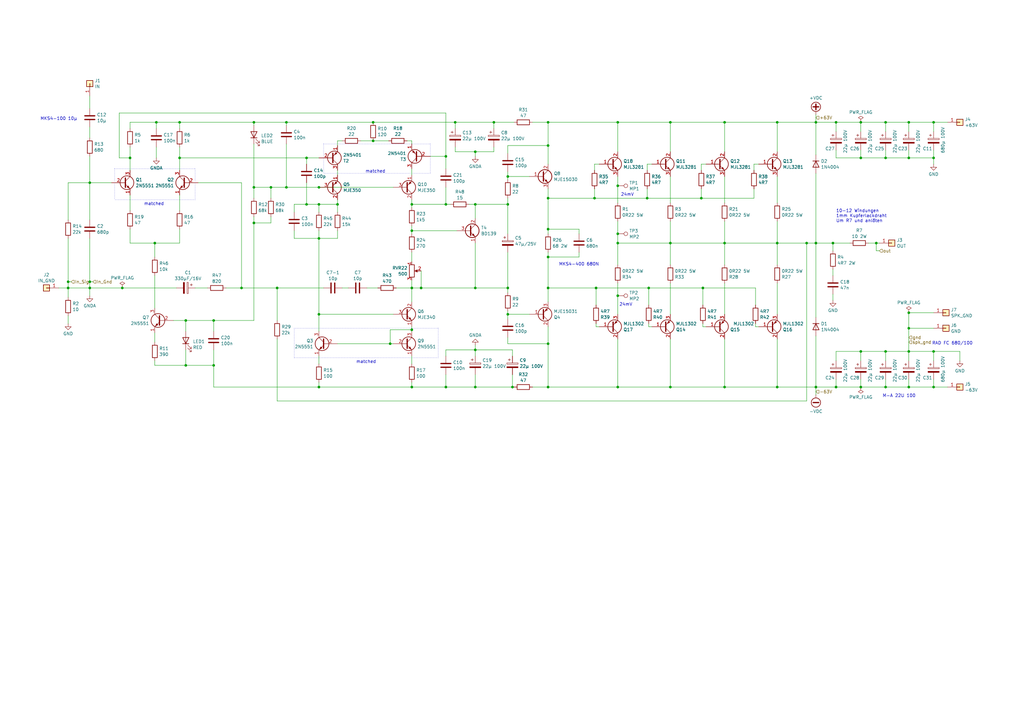
<source format=kicad_sch>
(kicad_sch (version 20230121) (generator eeschema)
  (paper "A3")
  (junction (at 265.43 81.28))
  (junction (at 172.72 118.11))
  (junction (at 210.185 158.75))
  (junction (at 224.79 105.41))
  (junction (at 208.28 83.82))
  (junction (at 224.79 81.28))
  (junction (at 224.79 59.69))
  (junction (at 224.79 140.97))
  (junction (at 194.945 83.82))
  (junction (at 202.565 50.165))
  (junction (at 125.73 64.77))
  (junction (at 243.84 81.28))
  (junction (at 353.06 64.77))
  (junction (at 168.91 135.255))
  (junction (at 36.83 74.93))
  (junction (at 318.77 158.75))
  (junction (at 168.91 94.615))
  (junction (at 253.365 50.165))
  (junction (at 73.66 50.165))
  (junction (at 363.22 158.75))
  (junction (at 104.14 76.835))
  (junction (at 224.79 118.11))
  (junction (at 186.69 50.165))
  (junction (at 266.065 118.11))
  (junction (at 224.79 50.165))
  (junction (at 363.22 50.165))
  (junction (at 372.745 64.77))
  (junction (at 353.06 50.165))
  (junction (at 224.79 158.75))
  (junction (at 194.945 62.23))
  (junction (at 274.955 50.165))
  (junction (at 125.73 83.82))
  (junction (at 182.88 83.82))
  (junction (at 382.905 64.77))
  (junction (at 334.645 50.165))
  (junction (at 382.905 144.145))
  (junction (at 104.14 50.165))
  (junction (at 99.06 118.11))
  (junction (at 382.905 50.165))
  (junction (at 342.9 158.75))
  (junction (at 117.475 50.165))
  (junction (at 274.955 158.75))
  (junction (at 334.645 158.75))
  (junction (at 36.83 118.11))
  (junction (at 208.28 72.39))
  (junction (at 208.28 128.905))
  (junction (at 353.06 144.145))
  (junction (at 160.02 140.97))
  (junction (at 330.835 99.695))
  (junction (at 130.81 76.835))
  (junction (at 117.475 76.835))
  (junction (at 372.745 158.75))
  (junction (at 27.94 115.57))
  (junction (at 363.22 144.145))
  (junction (at 297.18 99.695))
  (junction (at 297.18 50.165))
  (junction (at 224.79 93.98))
  (junction (at 372.745 50.165))
  (junction (at 63.5 99.695))
  (junction (at 153.035 50.165))
  (junction (at 53.34 64.77))
  (junction (at 318.77 99.695))
  (junction (at 104.14 91.44))
  (junction (at 253.365 99.695))
  (junction (at 130.81 97.79))
  (junction (at 113.665 118.11))
  (junction (at 353.06 158.75))
  (junction (at 372.745 144.145))
  (junction (at 87.63 149.86))
  (junction (at 111.125 76.835))
  (junction (at 182.88 158.75))
  (junction (at 287.655 81.28))
  (junction (at 363.22 64.77))
  (junction (at 253.365 121.285))
  (junction (at 168.91 158.75))
  (junction (at 318.77 50.165))
  (junction (at 76.2 149.86))
  (junction (at 73.66 64.77))
  (junction (at 64.135 50.165))
  (junction (at 274.955 99.695))
  (junction (at 288.29 118.11))
  (junction (at 138.43 83.82))
  (junction (at 372.745 134.62))
  (junction (at 208.28 118.11))
  (junction (at 334.645 99.695))
  (junction (at 253.365 158.75))
  (junction (at 27.94 118.11))
  (junction (at 76.2 131.445))
  (junction (at 168.91 83.82))
  (junction (at 130.81 128.905))
  (junction (at 194.945 118.11))
  (junction (at 130.81 83.82))
  (junction (at 153.035 57.785))
  (junction (at 194.945 143.51))
  (junction (at 168.91 118.11))
  (junction (at 36.83 115.57))
  (junction (at 372.745 128.27))
  (junction (at 130.81 158.75))
  (junction (at 244.475 118.11))
  (junction (at 253.365 95.885))
  (junction (at 182.88 64.135))
  (junction (at 50.165 118.11))
  (junction (at 342.9 50.165))
  (junction (at 253.365 76.2))
  (junction (at 194.945 158.75))
  (junction (at 297.18 158.75))
  (junction (at 359.41 99.695))
  (junction (at 341.63 99.695))
  (junction (at 87.63 131.445))
  (junction (at 382.905 158.75))
  (polyline (pts (xy 179.705 134.62) (xy 179.705 146.685)) (stroke (width 0) (type dot)))
  (wire (pts (xy 237.49 93.98) (xy 224.79 93.98)))
  (wire (pts (xy 210.185 158.75) (xy 210.82 158.75)))
  (wire (pts (xy 168.91 103.505) (xy 168.91 107.315)))
  (wire (pts (xy 92.71 118.11) (xy 99.06 118.11)))
  (polyline (pts (xy 132.715 59.055) (xy 132.715 71.12)) (stroke (width 0) (type dot)))
  (wire (pts (xy 218.44 50.165) (xy 224.79 50.165)))
  (wire (pts (xy 36.83 52.07) (xy 36.83 56.515)))
  (wire (pts (xy 168.91 135.255) (xy 160.02 135.255)))
  (wire (pts (xy 63.5 136.525) (xy 63.5 140.335)))
  (wire (pts (xy 363.22 144.145) (xy 372.745 144.145)))
  (wire (pts (xy 342.9 61.595) (xy 342.9 64.77)))
  (wire (pts (xy 168.91 94.615) (xy 168.91 95.885)))
  (wire (pts (xy 186.69 60.325) (xy 186.69 62.23)))
  (wire (pts (xy 76.2 135.89) (xy 76.2 131.445)))
  (wire (pts (xy 363.22 155.575) (xy 363.22 158.75)))
  (wire (pts (xy 318.77 50.165) (xy 334.645 50.165)))
  (wire (pts (xy 311.15 67.31) (xy 309.245 67.31)))
  (wire (pts (xy 208.28 72.39) (xy 208.28 73.66)))
  (wire (pts (xy 356.235 99.695) (xy 359.41 99.695)))
  (wire (pts (xy 342.9 144.145) (xy 353.06 144.145)))
  (wire (pts (xy 224.79 140.97) (xy 224.79 133.985)))
  (wire (pts (xy 353.06 50.165) (xy 363.22 50.165)))
  (wire (pts (xy 182.88 64.135) (xy 182.88 46.355)))
  (wire (pts (xy 224.79 81.28) (xy 224.79 93.98)))
  (wire (pts (xy 27.94 115.57) (xy 29.21 115.57)))
  (wire (pts (xy 297.18 116.205) (xy 297.18 128.905)))
  (wire (pts (xy 64.135 60.325) (xy 64.135 64.77)))
  (wire (pts (xy 27.94 118.11) (xy 27.94 121.92)))
  (polyline (pts (xy 176.53 59.055) (xy 176.53 71.12)) (stroke (width 0) (type dot)))
  (wire (pts (xy 168.91 83.82) (xy 168.91 85.09)))
  (wire (pts (xy 194.945 141.605) (xy 194.945 143.51)))
  (wire (pts (xy 208.28 140.97) (xy 224.79 140.97)))
  (wire (pts (xy 182.88 143.51) (xy 194.945 143.51)))
  (wire (pts (xy 64.135 50.165) (xy 73.66 50.165)))
  (wire (pts (xy 194.945 118.11) (xy 172.72 118.11)))
  (wire (pts (xy 372.745 50.165) (xy 382.905 50.165)))
  (wire (pts (xy 138.43 69.85) (xy 138.43 71.755)))
  (wire (pts (xy 194.945 62.23) (xy 194.945 64.135)))
  (wire (pts (xy 363.22 50.165) (xy 363.22 53.975)))
  (wire (pts (xy 104.14 91.44) (xy 104.14 88.9)))
  (wire (pts (xy 202.565 62.23) (xy 202.565 60.325)))
  (wire (pts (xy 334.645 137.795) (xy 334.645 158.75)))
  (wire (pts (xy 63.5 149.86) (xy 76.2 149.86)))
  (wire (pts (xy 130.81 83.82) (xy 138.43 83.82)))
  (wire (pts (xy 274.955 116.205) (xy 274.955 128.905)))
  (wire (pts (xy 87.63 158.75) (xy 87.63 149.86)))
  (wire (pts (xy 186.69 50.165) (xy 202.565 50.165)))
  (wire (pts (xy 130.81 128.905) (xy 130.81 135.89)))
  (wire (pts (xy 318.77 50.165) (xy 318.77 62.23)))
  (wire (pts (xy 168.91 135.255) (xy 168.91 135.89)))
  (wire (pts (xy 244.475 133.985) (xy 244.475 132.715)))
  (wire (pts (xy 168.91 57.785) (xy 167.005 57.785)))
  (wire (pts (xy 36.83 115.57) (xy 38.1 115.57)))
  (wire (pts (xy 186.69 50.165) (xy 186.69 52.705)))
  (wire (pts (xy 186.69 62.23) (xy 194.945 62.23)))
  (wire (pts (xy 224.79 93.98) (xy 224.79 95.885)))
  (wire (pts (xy 111.125 91.44) (xy 104.14 91.44)))
  (wire (pts (xy 168.91 69.215) (xy 168.91 71.755)))
  (wire (pts (xy 224.79 105.41) (xy 224.79 103.505)))
  (wire (pts (xy 217.17 128.905) (xy 208.28 128.905)))
  (wire (pts (xy 153.035 50.165) (xy 186.69 50.165)))
  (wire (pts (xy 53.34 52.705) (xy 53.34 50.165)))
  (wire (pts (xy 130.81 83.82) (xy 130.81 86.995)))
  (wire (pts (xy 36.83 64.135) (xy 36.83 74.93)))
  (wire (pts (xy 36.83 115.57) (xy 36.83 118.11)))
  (wire (pts (xy 130.81 156.845) (xy 130.81 158.75)))
  (wire (pts (xy 274.955 50.165) (xy 297.18 50.165)))
  (wire (pts (xy 382.905 158.75) (xy 388.62 158.75)))
  (wire (pts (xy 265.43 67.31) (xy 265.43 69.85)))
  (wire (pts (xy 274.955 99.695) (xy 274.955 108.585)))
  (wire (pts (xy 372.745 158.75) (xy 382.905 158.75)))
  (wire (pts (xy 27.94 74.93) (xy 36.83 74.93)))
  (wire (pts (xy 353.06 50.165) (xy 353.06 53.975)))
  (wire (pts (xy 353.06 158.75) (xy 363.22 158.75)))
  (wire (pts (xy 318.77 116.205) (xy 318.77 128.905)))
  (wire (pts (xy 130.81 97.79) (xy 138.43 97.79)))
  (wire (pts (xy 318.77 72.39) (xy 318.77 83.185)))
  (wire (pts (xy 111.125 76.835) (xy 111.125 81.28)))
  (wire (pts (xy 288.29 118.11) (xy 309.88 118.11)))
  (wire (pts (xy 53.34 80.01) (xy 53.34 86.36)))
  (wire (pts (xy 125.73 74.93) (xy 125.73 83.82)))
  (wire (pts (xy 360.68 102.87) (xy 359.41 102.87)))
  (wire (pts (xy 153.035 57.785) (xy 159.385 57.785)))
  (wire (pts (xy 53.34 50.165) (xy 64.135 50.165)))
  (wire (pts (xy 372.745 155.575) (xy 372.745 158.75)))
  (wire (pts (xy 334.645 50.165) (xy 342.9 50.165)))
  (wire (pts (xy 194.945 62.23) (xy 202.565 62.23)))
  (wire (pts (xy 53.34 64.77) (xy 48.895 64.77)))
  (wire (pts (xy 125.73 83.82) (xy 130.81 83.82)))
  (wire (pts (xy 208.28 72.39) (xy 208.28 70.485)))
  (wire (pts (xy 147.955 57.785) (xy 153.035 57.785)))
  (wire (pts (xy 168.91 118.11) (xy 168.91 123.825)))
  (wire (pts (xy 342.9 50.165) (xy 353.06 50.165)))
  (wire (pts (xy 36.83 74.93) (xy 36.83 90.17)))
  (wire (pts (xy 168.91 114.935) (xy 168.91 118.11)))
  (wire (pts (xy 104.14 81.28) (xy 104.14 76.835)))
  (wire (pts (xy 130.81 146.05) (xy 130.81 149.225)))
  (wire (pts (xy 224.79 118.11) (xy 224.79 123.825)))
  (wire (pts (xy 253.365 90.805) (xy 253.365 95.885)))
  (wire (pts (xy 253.365 99.695) (xy 274.955 99.695)))
  (wire (pts (xy 353.06 61.595) (xy 353.06 64.77)))
  (wire (pts (xy 104.14 59.055) (xy 104.14 76.835)))
  (wire (pts (xy 63.5 99.695) (xy 63.5 105.41)))
  (wire (pts (xy 210.185 153.67) (xy 210.185 158.75)))
  (polyline (pts (xy 179.705 146.685) (xy 120.65 146.685)) (stroke (width 0) (type dot)))
  (wire (pts (xy 267.335 67.31) (xy 265.43 67.31)))
  (wire (pts (xy 172.72 111.125) (xy 172.72 118.11)))
  (wire (pts (xy 168.91 59.055) (xy 168.91 57.785)))
  (wire (pts (xy 168.91 158.75) (xy 182.88 158.75)))
  (wire (pts (xy 27.94 97.79) (xy 27.94 115.57)))
  (wire (pts (xy 168.91 133.985) (xy 168.91 135.255)))
  (wire (pts (xy 342.9 50.165) (xy 342.9 53.975)))
  (wire (pts (xy 36.83 97.79) (xy 36.83 115.57)))
  (wire (pts (xy 274.955 158.75) (xy 297.18 158.75)))
  (wire (pts (xy 104.14 76.835) (xy 111.125 76.835)))
  (wire (pts (xy 334.645 99.695) (xy 341.63 99.695)))
  (wire (pts (xy 160.02 135.255) (xy 160.02 140.97)))
  (wire (pts (xy 36.83 39.37) (xy 36.83 44.45)))
  (wire (pts (xy 341.63 99.695) (xy 348.615 99.695)))
  (wire (pts (xy 334.645 46.99) (xy 334.645 50.165)))
  (wire (pts (xy 113.665 139.065) (xy 113.665 164.465)))
  (wire (pts (xy 76.2 149.86) (xy 76.2 143.51)))
  (polyline (pts (xy 46.99 69.215) (xy 46.99 81.915)) (stroke (width 0) (type dot)))
  (wire (pts (xy 330.835 99.695) (xy 330.835 164.465)))
  (wire (pts (xy 253.365 99.695) (xy 253.365 108.585)))
  (polyline (pts (xy 120.65 146.685) (xy 120.65 134.62)) (stroke (width 0) (type dot)))
  (wire (pts (xy 342.9 155.575) (xy 342.9 158.75)))
  (wire (pts (xy 382.905 144.145) (xy 382.905 147.955)))
  (wire (pts (xy 104.14 50.165) (xy 73.66 50.165)))
  (wire (pts (xy 372.745 144.145) (xy 382.905 144.145)))
  (wire (pts (xy 353.06 144.145) (xy 363.22 144.145)))
  (wire (pts (xy 359.41 102.87) (xy 359.41 99.695)))
  (wire (pts (xy 168.91 81.915) (xy 168.91 83.82)))
  (wire (pts (xy 341.63 113.03) (xy 341.63 110.49)))
  (wire (pts (xy 309.88 125.095) (xy 309.88 118.11)))
  (wire (pts (xy 130.81 158.75) (xy 87.63 158.75)))
  (wire (pts (xy 363.22 64.77) (xy 372.745 64.77)))
  (wire (pts (xy 50.165 118.11) (xy 72.39 118.11)))
  (wire (pts (xy 372.745 64.77) (xy 382.905 64.77)))
  (wire (pts (xy 253.365 121.285) (xy 253.365 128.905)))
  (wire (pts (xy 120.65 86.995) (xy 120.65 83.82)))
  (wire (pts (xy 73.66 80.01) (xy 73.66 86.36)))
  (wire (pts (xy 372.745 53.975) (xy 372.745 50.165)))
  (wire (pts (xy 311.15 133.985) (xy 309.88 133.985)))
  (polyline (pts (xy 132.715 59.055) (xy 176.53 59.055)) (stroke (width 0) (type dot)))
  (wire (pts (xy 382.905 64.77) (xy 382.905 67.31)))
  (wire (pts (xy 382.905 155.575) (xy 382.905 158.75)))
  (wire (pts (xy 99.06 118.11) (xy 113.665 118.11)))
  (wire (pts (xy 372.745 128.27) (xy 372.745 134.62)))
  (wire (pts (xy 208.28 81.28) (xy 208.28 83.82)))
  (wire (pts (xy 341.63 102.87) (xy 341.63 99.695)))
  (wire (pts (xy 117.475 51.435) (xy 117.475 50.165)))
  (wire (pts (xy 104.14 51.435) (xy 104.14 50.165)))
  (wire (pts (xy 382.905 50.165) (xy 388.62 50.165)))
  (wire (pts (xy 113.665 118.11) (xy 113.665 131.445)))
  (wire (pts (xy 73.66 50.165) (xy 73.66 52.705)))
  (wire (pts (xy 237.49 103.505) (xy 237.49 105.41)))
  (wire (pts (xy 253.365 158.75) (xy 274.955 158.75)))
  (wire (pts (xy 297.18 72.39) (xy 297.18 83.185)))
  (wire (pts (xy 244.475 125.095) (xy 244.475 118.11)))
  (wire (pts (xy 382.905 64.77) (xy 382.905 61.595)))
  (wire (pts (xy 372.745 61.595) (xy 372.745 64.77)))
  (wire (pts (xy 194.945 143.51) (xy 210.185 143.51)))
  (wire (pts (xy 27.94 118.11) (xy 36.83 118.11)))
  (wire (pts (xy 168.91 158.75) (xy 130.81 158.75)))
  (wire (pts (xy 194.945 146.05) (xy 194.945 143.51)))
  (wire (pts (xy 73.66 64.77) (xy 73.66 69.85)))
  (wire (pts (xy 288.29 133.985) (xy 288.29 132.715)))
  (wire (pts (xy 27.94 129.54) (xy 27.94 132.715)))
  (polyline (pts (xy 120.65 134.62) (xy 126.365 134.62)) (stroke (width 0) (type dot)))
  (wire (pts (xy 208.28 128.905) (xy 208.28 127.635)))
  (wire (pts (xy 334.645 158.75) (xy 334.645 161.925)))
  (wire (pts (xy 117.475 50.165) (xy 104.14 50.165)))
  (wire (pts (xy 334.645 99.695) (xy 334.645 130.175)))
  (wire (pts (xy 53.34 64.77) (xy 53.34 69.85)))
  (wire (pts (xy 140.335 57.785) (xy 138.43 57.785)))
  (wire (pts (xy 253.365 116.205) (xy 253.365 121.285)))
  (wire (pts (xy 245.745 67.31) (xy 243.84 67.31)))
  (wire (pts (xy 160.02 140.97) (xy 161.29 140.97)))
  (wire (pts (xy 265.43 77.47) (xy 265.43 81.28)))
  (wire (pts (xy 194.945 89.535) (xy 194.945 83.82)))
  (wire (pts (xy 363.22 158.75) (xy 372.745 158.75)))
  (wire (pts (xy 297.18 50.165) (xy 297.18 62.23)))
  (wire (pts (xy 342.9 158.75) (xy 353.06 158.75)))
  (wire (pts (xy 194.945 83.82) (xy 208.28 83.82)))
  (wire (pts (xy 318.77 99.695) (xy 330.835 99.695)))
  (wire (pts (xy 253.365 72.39) (xy 253.365 76.2)))
  (wire (pts (xy 318.77 158.75) (xy 334.645 158.75)))
  (wire (pts (xy 194.945 158.75) (xy 210.185 158.75)))
  (wire (pts (xy 245.745 133.985) (xy 244.475 133.985)))
  (wire (pts (xy 63.5 113.03) (xy 63.5 126.365)))
  (wire (pts (xy 53.34 60.325) (xy 53.34 64.77)))
  (wire (pts (xy 140.335 118.11) (xy 142.875 118.11)))
  (wire (pts (xy 244.475 118.11) (xy 224.79 118.11)))
  (wire (pts (xy 24.13 118.11) (xy 27.94 118.11)))
  (wire (pts (xy 372.745 144.145) (xy 372.745 147.955)))
  (wire (pts (xy 266.065 125.095) (xy 266.065 118.11)))
  (wire (pts (xy 253.365 139.065) (xy 253.365 158.75)))
  (wire (pts (xy 168.91 156.845) (xy 168.91 158.75)))
  (wire (pts (xy 287.655 81.28) (xy 309.245 81.28)))
  (wire (pts (xy 208.28 62.865) (xy 208.28 59.69)))
  (wire (pts (xy 274.955 99.695) (xy 297.18 99.695)))
  (wire (pts (xy 334.645 50.165) (xy 334.645 63.5)))
  (wire (pts (xy 218.44 158.75) (xy 224.79 158.75)))
  (polyline (pts (xy 80.01 81.915) (xy 46.99 81.915)) (stroke (width 0) (type dot)))
  (wire (pts (xy 297.18 90.805) (xy 297.18 99.695)))
  (wire (pts (xy 194.945 153.67) (xy 194.945 158.75)))
  (wire (pts (xy 73.66 99.695) (xy 63.5 99.695)))
  (wire (pts (xy 353.06 64.77) (xy 363.22 64.77)))
  (wire (pts (xy 297.18 158.75) (xy 318.77 158.75)))
  (wire (pts (xy 130.81 76.835) (xy 161.29 76.835)))
  (wire (pts (xy 138.43 57.785) (xy 138.43 59.69)))
  (wire (pts (xy 36.83 74.93) (xy 45.72 74.93)))
  (wire (pts (xy 172.72 118.11) (xy 168.91 118.11)))
  (wire (pts (xy 224.79 158.75) (xy 253.365 158.75)))
  (wire (pts (xy 208.28 118.11) (xy 194.945 118.11)))
  (wire (pts (xy 224.79 59.69) (xy 224.79 67.31)))
  (wire (pts (xy 208.28 95.885) (xy 208.28 83.82)))
  (wire (pts (xy 36.83 118.11) (xy 50.165 118.11)))
  (wire (pts (xy 27.94 115.57) (xy 27.94 118.11)))
  (polyline (pts (xy 176.53 71.12) (xy 132.715 71.12)) (stroke (width 0) (type dot)))
  (polyline (pts (xy 80.01 69.215) (xy 80.01 81.915)) (stroke (width 0) (type dot)))
  (wire (pts (xy 182.88 158.75) (xy 194.945 158.75)))
  (wire (pts (xy 243.84 67.31) (xy 243.84 69.85)))
  (wire (pts (xy 117.475 76.835) (xy 130.81 76.835)))
  (wire (pts (xy 253.365 50.165) (xy 274.955 50.165)))
  (wire (pts (xy 274.955 50.165) (xy 274.955 62.23)))
  (wire (pts (xy 138.43 83.82) (xy 138.43 81.915)))
  (wire (pts (xy 266.065 118.11) (xy 288.29 118.11)))
  (wire (pts (xy 138.43 97.79) (xy 138.43 94.615)))
  (wire (pts (xy 48.895 64.77) (xy 48.895 46.355)))
  (wire (pts (xy 297.18 139.065) (xy 297.18 158.75)))
  (wire (pts (xy 120.65 97.79) (xy 130.81 97.79)))
  (wire (pts (xy 182.88 83.82) (xy 168.91 83.82)))
  (wire (pts (xy 334.645 158.75) (xy 342.9 158.75)))
  (wire (pts (xy 192.405 83.82) (xy 194.945 83.82)))
  (wire (pts (xy 224.79 105.41) (xy 224.79 118.11)))
  (wire (pts (xy 297.18 50.165) (xy 318.77 50.165)))
  (wire (pts (xy 202.565 50.165) (xy 202.565 52.705)))
  (wire (pts (xy 64.135 50.165) (xy 64.135 52.705)))
  (wire (pts (xy 382.905 128.27) (xy 372.745 128.27)))
  (wire (pts (xy 318.77 139.065) (xy 318.77 158.75)))
  (wire (pts (xy 63.5 147.955) (xy 63.5 149.86)))
  (wire (pts (xy 309.245 67.31) (xy 309.245 69.85)))
  (wire (pts (xy 194.945 99.695) (xy 194.945 118.11)))
  (wire (pts (xy 243.84 81.28) (xy 224.79 81.28)))
  (wire (pts (xy 208.28 118.11) (xy 208.28 120.015)))
  (wire (pts (xy 76.2 131.445) (xy 71.12 131.445)))
  (wire (pts (xy 217.17 72.39) (xy 208.28 72.39)))
  (wire (pts (xy 182.88 143.51) (xy 182.88 146.05)))
  (wire (pts (xy 182.88 64.135) (xy 176.53 64.135)))
  (wire (pts (xy 162.56 118.11) (xy 168.91 118.11)))
  (wire (pts (xy 363.22 61.595) (xy 363.22 64.77)))
  (wire (pts (xy 274.955 90.805) (xy 274.955 99.695)))
  (wire (pts (xy 334.645 71.12) (xy 334.645 99.695)))
  (wire (pts (xy 150.495 118.11) (xy 154.94 118.11)))
  (wire (pts (xy 224.79 140.97) (xy 224.79 158.75)))
  (wire (pts (xy 104.14 131.445) (xy 104.14 91.44)))
  (wire (pts (xy 210.185 146.05) (xy 210.185 143.51)))
  (wire (pts (xy 330.835 99.695) (xy 334.645 99.695)))
  (wire (pts (xy 318.77 99.695) (xy 318.77 108.585)))
  (wire (pts (xy 243.84 77.47) (xy 243.84 81.28)))
  (wire (pts (xy 353.06 155.575) (xy 353.06 158.75)))
  (wire (pts (xy 265.43 81.28) (xy 287.655 81.28)))
  (wire (pts (xy 288.29 125.095) (xy 288.29 118.11)))
  (wire (pts (xy 382.905 134.62) (xy 372.745 134.62)))
  (wire (pts (xy 113.665 118.11) (xy 132.715 118.11)))
  (wire (pts (xy 73.66 60.325) (xy 73.66 64.77)))
  (wire (pts (xy 244.475 118.11) (xy 266.065 118.11)))
  (wire (pts (xy 168.91 94.615) (xy 187.325 94.615)))
  (wire (pts (xy 48.895 46.355) (xy 182.88 46.355)))
  (wire (pts (xy 63.5 99.695) (xy 53.34 99.695)))
  (wire (pts (xy 117.475 50.165) (xy 153.035 50.165)))
  (wire (pts (xy 130.81 94.615) (xy 130.81 97.79)))
  (wire (pts (xy 202.565 50.165) (xy 210.82 50.165)))
  (wire (pts (xy 289.56 133.985) (xy 288.29 133.985)))
  (wire (pts (xy 253.365 76.2) (xy 253.365 83.185)))
  (wire (pts (xy 224.79 50.165) (xy 253.365 50.165)))
  (wire (pts (xy 87.63 143.51) (xy 87.63 149.86)))
  (wire (pts (xy 393.7 144.145) (xy 393.7 147.955)))
  (wire (pts (xy 184.785 83.82) (xy 182.88 83.82)))
  (wire (pts (xy 208.28 59.69) (xy 224.79 59.69)))
  (wire (pts (xy 208.28 103.505) (xy 208.28 118.11)))
  (wire (pts (xy 287.655 67.31) (xy 287.655 69.85)))
  (wire (pts (xy 36.83 118.11) (xy 36.83 121.285)))
  (wire (pts (xy 372.745 134.62) (xy 372.745 144.145)))
  (wire (pts (xy 237.49 105.41) (xy 224.79 105.41)))
  (wire (pts (xy 182.88 153.67) (xy 182.88 158.75)))
  (wire (pts (xy 208.28 138.43) (xy 208.28 140.97)))
  (wire (pts (xy 359.41 99.695) (xy 360.68 99.695)))
  (wire (pts (xy 341.63 123.19) (xy 341.63 120.65)))
  (wire (pts (xy 289.56 67.31) (xy 287.655 67.31)))
  (wire (pts (xy 243.84 81.28) (xy 265.43 81.28)))
  (wire (pts (xy 125.73 64.77) (xy 125.73 67.31)))
  (wire (pts (xy 237.49 95.885) (xy 237.49 93.98)))
  (wire (pts (xy 382.905 144.145) (xy 393.7 144.145)))
  (wire (pts (xy 87.63 135.89) (xy 87.63 131.445)))
  (wire (pts (xy 363.22 50.165) (xy 372.745 50.165)))
  (wire (pts (xy 297.18 99.695) (xy 297.18 108.585)))
  (wire (pts (xy 342.9 147.955) (xy 342.9 144.145)))
  (wire (pts (xy 253.365 95.885) (xy 253.365 99.695)))
  (wire (pts (xy 125.73 64.77) (xy 130.81 64.77)))
  (wire (pts (xy 208.28 128.905) (xy 208.28 130.81)))
  (wire (pts (xy 27.94 90.17) (xy 27.94 74.93)))
  (wire (pts (xy 353.06 147.955) (xy 353.06 144.145)))
  (wire (pts (xy 111.125 88.9) (xy 111.125 91.44)))
  (wire (pts (xy 76.2 149.86) (xy 87.63 149.86)))
  (wire (pts (xy 168.91 92.71) (xy 168.91 94.615)))
  (wire (pts (xy 113.665 164.465) (xy 330.835 164.465)))
  (wire (pts (xy 287.655 77.47) (xy 287.655 81.28)))
  (wire (pts (xy 53.34 99.695) (xy 53.34 93.98)))
  (wire (pts (xy 80.01 118.11) (xy 85.09 118.11)))
  (wire (pts (xy 182.88 64.135) (xy 182.88 69.215)))
  (wire (pts (xy 138.43 140.97) (xy 160.02 140.97)))
  (wire (pts (xy 120.65 94.615) (xy 120.65 97.79)))
  (wire (pts (xy 182.88 76.835) (xy 182.88 83.82)))
  (wire (pts (xy 342.9 64.77) (xy 353.06 64.77)))
  (wire (pts (xy 73.66 93.98) (xy 73.66 99.695)))
  (wire (pts (xy 318.77 90.805) (xy 318.77 99.695)))
  (wire (pts (xy 87.63 131.445) (xy 104.14 131.445)))
  (wire (pts (xy 309.88 133.985) (xy 309.88 132.715)))
  (wire (pts (xy 99.06 74.93) (xy 81.28 74.93)))
  (wire (pts (xy 267.335 133.985) (xy 266.065 133.985)))
  (wire (pts (xy 224.79 77.47) (xy 224.79 81.28)))
  (wire (pts (xy 161.29 128.905) (xy 130.81 128.905)))
  (polyline (pts (xy 46.99 69.215) (xy 80.01 69.215)) (stroke (width 0) (type dot)))
  (polyline (pts (xy 126.365 134.62) (xy 179.705 134.62)) (stroke (width 0) (type dot)))
  (wire (pts (xy 168.91 146.05) (xy 168.91 149.225)))
  (wire (pts (xy 382.905 53.975) (xy 382.905 50.165)))
  (wire (pts (xy 87.63 131.445) (xy 76.2 131.445)))
  (wire (pts (xy 117.475 76.835) (xy 111.125 76.835)))
  (wire (pts (xy 99.06 118.11) (xy 99.06 74.93)))
  (wire (pts (xy 120.65 83.82) (xy 125.73 83.82)))
  (wire (pts (xy 117.475 59.055) (xy 117.475 76.835)))
  (wire (pts (xy 266.065 133.985) (xy 266.065 132.715)))
  (wire (pts (xy 138.43 83.82) (xy 138.43 86.995)))
  (wire (pts (xy 73.66 64.77) (xy 125.73 64.77)))
  (wire (pts (xy 363.22 144.145) (xy 363.22 147.955)))
  (wire (pts (xy 130.81 97.79) (xy 130.81 128.905)))
  (wire (pts (xy 274.955 139.065) (xy 274.955 158.75)))
  (wire (pts (xy 297.18 99.695) (xy 318.77 99.695)))
  (wire (pts (xy 274.955 72.39) (xy 274.955 83.185)))
  (wire (pts (xy 253.365 50.165) (xy 253.365 62.23)))
  (wire (pts (xy 224.79 50.165) (xy 224.79 59.69)))
  (wire (pts (xy 309.245 77.47) (xy 309.245 81.28)))
  (text "24mV" (at 254.635 80.645 0) (effects (font (size 1.27 1.27)) (justify left bottom)))
  (text "matched" (at 149.86 71.12 0) (effects (font (size 1.27 1.27)) (justify left bottom)))
  (text "MKS4-400 680N" (at 229.235 109.22 0) (effects (font (size 1.27 1.27)) (justify left bottom)))
  (text "MKS4-100 10µ" (at 16.51 49.53 0) (effects (font (size 1.27 1.27)) (justify left bottom)))
  (text "matched" (at 59.055 84.455 0) (effects (font (size 1.27 1.27)) (justify left bottom)))
  (text "24mV" (at 254 125.73 0) (effects (font (size 1.27 1.27)) (justify left bottom)))
  (text "M-A 22U 100\n" (at 361.95 163.195 0) (effects (font (size 1.27 1.27)) (justify left bottom)))
  (text "matched" (at 146.05 149.225 0) (effects (font (size 1.27 1.27)) (justify left bottom)))
  (text "RAD FC 680/100" (at 382.27 141.605 0) (effects (font (size 1.27 1.27)) (justify left bottom)))
  (text "10-12 Windungen\n1mm Kupferlackdraht\nUm R7 und anlöten" (at 342.9 91.44 0) (effects (font (size 1.27 1.27)) (justify left bottom)))
  (hierarchical_label "-63V" (shape input) (at 334.645 160.655 0))
  (hierarchical_label "spk_gnd" (shape input) (at 372.745 140.335 0))
  (hierarchical_label "out" (shape input) (at 360.68 102.87 0))
  (hierarchical_label "In_Gnd" (shape input) (at 38.1 115.57 0))
  (hierarchical_label "gnd" (shape input) (at 372.745 138.43 0))
  (hierarchical_label "+63V" (shape input) (at 334.645 48.26 0))
  (hierarchical_label "In_Sig" (shape input) (at 29.21 115.57 0))
  (symbol (lib_id "Device:R") (at 224.79 99.695 0) (unit 1)
    (property "Reference" "R26" (at 226.568 98.4829 0) (effects (justify left)))
    (property "Value" "68 2W" (at 226.568 100.9071 0) (effects (justify left)))
    (property "Footprint" "Resistor_THT:R_Axial_DIN0614_L14.3mm_D5.7mm_P20.32mm_Horizontal" (effects hide))
  )
  (symbol (lib_id "Device:C_Polarized") (at 353.06 151.765 0) (unit 1)
    (property "Reference" "C28" (at 348.615 154.94 0) (effects (justify left)))
    (property "Value" "22µ 100V" (at 356.87 156.845 90) (effects (justify left)))
    (property "Footprint" "Capacitor_THT:CP_Radial_D6.3mm_P2.50mm" (effects hide))
  )
  (symbol (lib_id "Device:R") (at 53.34 90.17 0) (unit 1)
    (property "Reference" "R19" (at 55.118 88.9579 0) (effects (justify left)))
    (property "Value" "47" (at 55.118 91.3821 0) (effects (justify left)))
    (property "Footprint" "Resistor_THT:R_Axial_DIN0207_L6.3mm_D2.5mm_P10.16mm_Horizontal" (effects hide))
  )
  (symbol (lib_id "Connector:TestPoint") (at 253.365 76.2 270) (unit 1)
    (property "Reference" "TP1" (at 258.064 74.9879 90) (effects (justify left)))
    (property "Value" "MP1" (at 258.064 77.4121 90) (effects (justify left)))
    (property "Footprint" "TestPoint:TestPoint_Loop_D2.50mm_Drill1.0mm" (effects hide))
  )
  (symbol (lib_id "Device:R") (at 244.475 128.905 0) (mirror x) (unit 1)
    (property "Reference" "R39" (at 246.253 130.1171 0) (effects (justify left)))
    (property "Value" "4R7" (at 246.253 127.6929 0) (effects (justify left)))
    (property "Footprint" "Resistor_THT:R_Axial_DIN0204_L3.6mm_D1.6mm_P1.90mm_Vertical" (effects hide))
  )
  (symbol (lib_id "Device:C_Polarized") (at 208.28 99.695 0) (unit 1)
    (property "Reference" "C5" (at 211.201 97.5939 0) (effects (justify left)))
    (property "Value" "47µ/25V" (at 211.201 100.0181 0) (effects (justify left)))
    (property "Footprint" "Capacitor_THT:CP_Radial_D4.0mm_P2.00mm" (effects hide))
  )
  (symbol (lib_id "power:GND") (at 341.63 123.19 0) (unit 1)
    (property "Reference" "#PWR08" (effects hide))
    (property "Value" "GND" (at 341.63 127.3231 0))
  )
  (symbol (lib_id "Device:R") (at 297.18 86.995 0) (unit 1)
    (property "Reference" "R21" (at 298.958 85.7829 0) (effects (justify left)))
    (property "Value" "0R22 5W" (at 298.958 88.2071 0) (effects (justify left)))
    (property "Footprint" "Resistor_THT:R_Axial_Power_L20.0mm_W6.4mm_P5.08mm_Vertical" (effects hide))
  )
  (symbol (lib_id "Device:C") (at 182.88 149.86 0) (unit 1)
    (property "Reference" "C10" (at 185.801 148.6479 0) (effects (justify left)))
    (property "Value" "100n" (at 185.801 151.0721 0) (effects (justify left)))
    (property "Footprint" "Capacitor_THT:C_Rect_L9.0mm_W3.2mm_P7.50mm_MKT" (effects hide))
  )
  (symbol (lib_id "Device:R") (at 27.94 125.73 0) (unit 1)
    (property "Reference" "R2" (at 29.718 124.5179 0) (effects (justify left)))
    (property "Value" "10" (at 29.718 126.9421 0) (effects (justify left)))
    (property "Footprint" "Resistor_THT:R_Axial_DIN0207_L6.3mm_D2.5mm_P10.16mm_Horizontal" (effects hide))
  )
  (symbol (lib_id "Device:C_Polarized") (at 372.745 57.785 0) (unit 1)
    (property "Reference" "C23" (at 368.3 60.96 0) (effects (justify left)))
    (property "Value" "22µ 100V" (at 376.555 62.865 90) (effects (justify left)))
    (property "Footprint" "Capacitor_THT:CP_Radial_D6.3mm_P2.50mm" (effects hide))
  )
  (symbol (lib_id "Device:R") (at 158.75 118.11 90) (unit 1)
    (property "Reference" "R43" (at 158.75 112.9497 90))
    (property "Value" "470" (at 158.75 115.3739 90))
    (property "Footprint" "Resistor_THT:R_Axial_DIN0207_L6.3mm_D2.5mm_P10.16mm_Horizontal" (effects hide))
  )
  (symbol (lib_id "Transistor_BJT:2N3904") (at 66.04 131.445 0) (mirror y) (unit 1)
    (property "Reference" "Q7" (at 61.1886 130.2329 0) (effects (justify left)))
    (property "Value" "2N5551" (at 61.1886 132.6571 0) (effects (justify left)))
    (property "Footprint" "Package_TO_SOT_THT:TO-92_Inline" (effects hide))
    (property "Datasheet" "https://www.onsemi.com/pub/Collateral/2N3903-D.PDF" (effects hide))
  )
  (symbol (lib_id "Device:R") (at 214.63 50.165 90) (unit 1)
    (property "Reference" "R31" (at 214.63 45.0047 90))
    (property "Value" "47" (at 214.63 47.4289 90))
    (property "Footprint" "Resistor_THT:R_Axial_DIN0207_L6.3mm_D2.5mm_P10.16mm_Horizontal" (effects hide))
  )
  (symbol (lib_id "power:PWR_FLAG") (at 372.745 128.27 0) (unit 1)
    (property "Reference" "#FLG01" (effects hide))
    (property "Value" "PWR_FLAG" (at 372.745 124.1369 0))
  )
  (symbol (lib_id "Device:C") (at 341.63 116.84 0) (unit 1)
    (property "Reference" "C18" (at 344.551 115.6279 0) (effects (justify left)))
    (property "Value" "47n" (at 344.551 118.0521 0) (effects (justify left)))
    (property "Footprint" "Capacitor_THT:C_Rect_L9.0mm_W3.2mm_P7.50mm_MKT" (effects hide))
  )
  (symbol (lib_id "power:GND") (at 382.905 67.31 0) (unit 1)
    (property "Reference" "#PWR010" (effects hide))
    (property "Value" "GND" (at 382.905 71.4431 0))
  )
  (symbol (lib_id "Transistor_BJT:2N3904") (at 76.2 74.93 0) (mirror y) (unit 1)
    (property "Reference" "Q2" (at 71.3486 73.7179 0) (effects (justify left)))
    (property "Value" "2N5551" (at 71.3486 76.1421 0) (effects (justify left)))
    (property "Footprint" "Package_TO_SOT_THT:TO-92_Inline" (effects hide))
    (property "Datasheet" "https://www.onsemi.com/pub/Collateral/2N3903-D.PDF" (effects hide))
  )
  (symbol (lib_id "Transistor_BJT:2SB817") (at 316.23 133.985 0) (mirror x) (unit 1)
    (property "Reference" "Q16" (at 321.0814 135.1971 0) (effects (justify left)))
    (property "Value" "MJL1302" (at 321.0814 132.7729 0) (effects (justify left)))
    (property "Footprint" "Package_TO_SOT_THT:TO-3PB-3_Vertical" (effects hide))
    (property "Datasheet" "http://skory.gylcomp.hu/alkatresz/2SB817.pdf" (effects hide))
  )
  (symbol (lib_id "Device:C") (at 136.525 118.11 90) (unit 1)
    (property "Reference" "C7-1" (at 136.525 111.8067 90))
    (property "Value" "10p" (at 136.525 114.2309 90))
    (property "Footprint" "Capacitor_THT:C_Rect_L9.0mm_W3.2mm_P7.50mm_MKT" (effects hide))
  )
  (symbol (lib_id "power:PWR_FLAG") (at 353.06 50.165 0) (unit 1)
    (property "Reference" "#FLG02" (effects hide))
    (property "Value" "PWR_FLAG" (at 353.06 46.0319 0))
  )
  (symbol (lib_id "Device:C_Polarized") (at 363.22 151.765 0) (unit 1)
    (property "Reference" "C29" (at 358.775 154.94 0) (effects (justify left)))
    (property "Value" "22µ 100V" (at 367.03 156.845 90) (effects (justify left)))
    (property "Footprint" "Capacitor_THT:CP_Radial_D6.3mm_P2.50mm" (effects hide))
  )
  (symbol (lib_id "Device:R") (at 153.035 53.975 0) (unit 1)
    (property "Reference" "R10" (at 154.813 52.7629 0) (effects (justify left)))
    (property "Value" "120" (at 154.813 55.1871 0) (effects (justify left)))
    (property "Footprint" "Resistor_THT:R_Axial_DIN0207_L6.3mm_D2.5mm_P10.16mm_Horizontal" (effects hide))
  )
  (symbol (lib_id "power:PWR_FLAG") (at 50.165 118.11 0) (unit 1)
    (property "Reference" "#FLG04" (effects hide))
    (property "Value" "PWR_FLAG" (at 50.165 113.9769 0))
  )
  (symbol (lib_id "Device:R") (at 253.365 86.995 0) (unit 1)
    (property "Reference" "R1" (at 255.143 85.7829 0) (effects (justify left)))
    (property "Value" "0R22 5W" (at 255.143 88.2071 0) (effects (justify left)))
    (property "Footprint" "Resistor_THT:R_Axial_Power_L20.0mm_W6.4mm_P5.08mm_Vertical" (effects hide))
  )
  (symbol (lib_id "Device:C_Polarized") (at 382.905 151.765 0) (unit 1)
    (property "Reference" "C31" (at 378.46 154.94 0) (effects (justify left)))
    (property "Value" "680µ 100V" (at 386.715 156.845 90) (effects (justify left)))
    (property "Footprint" "Capacitor_THT:CP_Radial_D18.0mm_P7.50mm" (effects hide))
  )
  (symbol (lib_id "Device:C_Polarized") (at 353.06 57.785 0) (unit 1)
    (property "Reference" "C26" (at 348.615 60.96 0) (effects (justify left)))
    (property "Value" "22µ 100V" (at 356.87 62.865 90) (effects (justify left)))
    (property "Footprint" "Capacitor_THT:CP_Radial_D6.3mm_P2.50mm" (effects hide))
  )
  (symbol (lib_id "power:-VDC") (at 334.645 161.925 180) (unit 1)
    (property "Reference" "#PWR07" (effects hide))
    (property "Value" "-VDC" (at 334.645 168.7251 0))
  )
  (symbol (lib_id "Device:R") (at 274.955 86.995 0) (unit 1)
    (property "Reference" "R3" (at 276.733 85.7829 0) (effects (justify left)))
    (property "Value" "0R22 5W" (at 276.733 88.2071 0) (effects (justify left)))
    (property "Footprint" "Resistor_THT:R_Axial_Power_L20.0mm_W6.4mm_P5.08mm_Vertical" (effects hide))
  )
  (symbol (lib_id "power:GND") (at 393.7 147.955 0) (unit 1)
    (property "Reference" "#PWR09" (effects hide))
    (property "Value" "GND" (at 393.7 152.0881 0))
  )
  (symbol (lib_id "Device:C") (at 117.475 55.245 0) (unit 1)
    (property "Reference" "C4" (at 120.396 54.0329 0) (effects (justify left)))
    (property "Value" "100n" (at 120.396 56.4571 0) (effects (justify left)))
    (property "Footprint" "Capacitor_THT:C_Rect_L9.0mm_W3.2mm_P7.50mm_MKT" (effects hide))
  )
  (symbol (lib_id "Device:R") (at 188.595 83.82 90) (unit 1)
    (property "Reference" "R48" (at 188.595 78.6597 90))
    (property "Value" "15" (at 188.595 81.0839 90))
    (property "Footprint" "Resistor_THT:R_Axial_DIN0207_L6.3mm_D2.5mm_P10.16mm_Horizontal" (effects hide))
  )
  (symbol (lib_id "Device:R") (at 287.655 73.66 0) (unit 1)
    (property "Reference" "R37" (at 289.433 72.4479 0) (effects (justify left)))
    (property "Value" "4R7" (at 289.433 74.8721 0) (effects (justify left)))
    (property "Footprint" "Resistor_THT:R_Axial_DIN0204_L3.6mm_D1.6mm_P1.90mm_Vertical" (effects hide))
  )
  (symbol (lib_id "Device:R") (at 341.63 106.68 0) (unit 1)
    (property "Reference" "R4" (at 343.408 105.4679 0) (effects (justify left)))
    (property "Value" "4R7 2W" (at 343.408 107.8921 0) (effects (justify left)))
    (property "Footprint" "Resistor_THT:R_Axial_DIN0614_L14.3mm_D5.7mm_P20.32mm_Horizontal" (effects hide))
  )
  (symbol (lib_id "Device:R") (at 63.5 144.145 0) (unit 1)
    (property "Reference" "R11" (at 65.278 142.9329 0) (effects (justify left)))
    (property "Value" "390" (at 65.278 145.3571 0) (effects (justify left)))
    (property "Footprint" "Resistor_THT:R_Axial_DIN0207_L6.3mm_D2.5mm_P10.16mm_Horizontal" (effects hide))
  )
  (symbol (lib_id "Device:R") (at 73.66 90.17 0) (unit 1)
    (property "Reference" "R16" (at 75.438 88.9579 0) (effects (justify left)))
    (property "Value" "47" (at 75.438 91.3821 0) (effects (justify left)))
    (property "Footprint" "Resistor_THT:R_Axial_DIN0207_L6.3mm_D2.5mm_P10.16mm_Horizontal" (effects hide))
  )
  (symbol (lib_id "Device:Q_PNP_ECB") (at 135.89 76.835 0) (mirror x) (unit 1)
    (property "Reference" "Q5" (at 140.7414 75.6229 0) (effects (justify left)))
    (property "Value" "MJE350" (at 140.7414 78.0471 0) (effects (justify left)))
    (property "Footprint" "Package_TO_SOT_THT:TO-126-3_Vertical" (effects hide))
  )
  (symbol (lib_id "Device:R") (at 27.94 93.98 0) (unit 1)
    (property "Reference" "R14" (at 29.718 92.7679 0) (effects (justify left)))
    (property "Value" "22k" (at 29.718 95.1921 0) (effects (justify left)))
    (property "Footprint" "Resistor_THT:R_Axial_DIN0207_L6.3mm_D2.5mm_P10.16mm_Horizontal" (effects hide))
  )
  (symbol (lib_id "Device:C_Polarized") (at 194.945 149.86 0) (unit 1)
    (property "Reference" "C19" (at 197.866 147.7589 0) (effects (justify left)))
    (property "Value" "22µ 100V" (at 197.866 150.1831 0) (effects (justify left)))
    (property "Footprint" "Capacitor_THT:CP_Radial_D6.3mm_P2.50mm" (effects hide))
  )
  (symbol (lib_id "Device:R") (at 309.245 73.66 0) (unit 1)
    (property "Reference" "R38" (at 311.023 72.4479 0) (effects (justify left)))
    (property "Value" "4R7" (at 311.023 74.8721 0) (effects (justify left)))
    (property "Footprint" "Resistor_THT:R_Axial_DIN0204_L3.6mm_D1.6mm_P1.90mm_Vertical" (effects hide))
  )
  (symbol (lib_id "Device:C") (at 36.83 93.98 0) (unit 1)
    (property "Reference" "C2" (at 39.751 92.7679 0) (effects (justify left)))
    (property "Value" "680p" (at 39.751 95.1921 0) (effects (justify left)))
    (property "Footprint" "Capacitor_THT:C_Rect_L9.0mm_W3.2mm_P7.50mm_MKT" (effects hide))
  )
  (symbol (lib_id "Device:R") (at 73.66 56.515 0) (unit 1)
    (property "Reference" "R6" (at 75.438 55.3029 0) (effects (justify left)))
    (property "Value" "1k" (at 75.438 57.7271 0) (effects (justify left)))
    (property "Footprint" "Resistor_THT:R_Axial_DIN0207_L6.3mm_D2.5mm_P10.16mm_Horizontal" (effects hide))
  )
  (symbol (lib_id "Device:R") (at 253.365 112.395 0) (mirror x) (unit 1)
    (property "Reference" "R34" (at 255.143 113.6071 0) (effects (justify left)))
    (property "Value" "0R22 5W" (at 255.143 111.1829 0) (effects (justify left)))
    (property "Footprint" "Resistor_THT:R_Axial_Power_L20.0mm_W6.4mm_P5.08mm_Vertical" (effects hide))
  )
  (symbol (lib_id "Transistor_BJT:2SB817") (at 294.64 133.985 0) (mirror x) (unit 1)
    (property "Reference" "Q15" (at 299.4914 135.1971 0) (effects (justify left)))
    (property "Value" "MJL1302" (at 300.7614 132.7729 0) (effects (justify left)))
    (property "Footprint" "Package_TO_SOT_THT:TO-3PB-3_Vertical" (effects hide))
    (property "Datasheet" "http://skory.gylcomp.hu/alkatresz/2SB817.pdf" (effects hide))
  )
  (symbol (lib_id "Transistor_BJT:2SD1047") (at 294.64 67.31 0) (unit 1)
    (property "Reference" "Q12" (at 299.4914 66.0979 0) (effects (justify left)))
    (property "Value" "MJL3281" (at 299.4914 68.5221 0) (effects (justify left)))
    (property "Footprint" "Package_TO_SOT_THT:TO-3PB-3_Vertical" (effects hide))
    (property "Datasheet" "http://www.st.com/resource/en/datasheet/2sd1047.pdf" (effects hide))
  )
  (symbol (lib_id "Transistor_BJT:2SD1047") (at 272.415 67.31 0) (unit 1)
    (property "Reference" "Q11" (at 277.2664 66.0979 0) (effects (justify left)))
    (property "Value" "MJL3281" (at 277.2664 68.5221 0) (effects (justify left)))
    (property "Footprint" "Package_TO_SOT_THT:TO-3PB-3_Vertical" (effects hide))
    (property "Datasheet" "http://www.st.com/resource/en/datasheet/2sd1047.pdf" (effects hide))
  )
  (symbol (lib_id "power:GNDA") (at 64.135 64.77 0) (unit 1)
    (property "Reference" "#PWR03" (effects hide))
    (property "Value" "GNDA" (at 64.135 68.9031 0))
  )
  (symbol (lib_id "Device:R_Potentiometer") (at 168.91 111.125 0) (unit 1)
    (property "Reference" "RVR22" (at 167.132 109.9129 0) (effects (justify right)))
    (property "Value" "500" (at 167.132 112.3371 0) (effects (justify right)))
    (property "Footprint" "Potentiometer_THT:Potentiometer_Bourns_3296W_Vertical" (effects hide))
  )
  (symbol (lib_id "Device:R") (at 288.29 128.905 0) (mirror x) (unit 1)
    (property "Reference" "R41" (at 290.068 130.1171 0) (effects (justify left)))
    (property "Value" "4R7" (at 290.068 127.6929 0) (effects (justify left)))
    (property "Footprint" "Resistor_THT:R_Axial_DIN0204_L3.6mm_D1.6mm_P1.90mm_Vertical" (effects hide))
  )
  (symbol (lib_id "Device:C") (at 208.28 66.675 0) (unit 1)
    (property "Reference" "C15" (at 211.201 65.4629 0) (effects (justify left)))
    (property "Value" "100p" (at 211.201 67.8871 0) (effects (justify left)))
    (property "Footprint" "Capacitor_THT:C_Rect_L9.0mm_W3.2mm_P7.50mm_MKT" (effects hide))
  )
  (symbol (lib_id "Device:R") (at 266.065 128.905 0) (mirror x) (unit 1)
    (property "Reference" "R40" (at 267.843 130.1171 0) (effects (justify left)))
    (property "Value" "4R7" (at 267.843 127.6929 0) (effects (justify left)))
    (property "Footprint" "Resistor_THT:R_Axial_DIN0204_L3.6mm_D1.6mm_P1.90mm_Vertical" (effects hide))
  )
  (symbol (lib_id "Device:R") (at 309.88 128.905 0) (mirror x) (unit 1)
    (property "Reference" "R42" (at 311.658 130.1171 0) (effects (justify left)))
    (property "Value" "4R7" (at 311.658 127.6929 0) (effects (justify left)))
    (property "Footprint" "Resistor_THT:R_Axial_DIN0204_L3.6mm_D1.6mm_P1.90mm_Vertical" (effects hide))
  )
  (symbol (lib_id "Device:R") (at 243.84 73.66 0) (unit 1)
    (property "Reference" "R35" (at 245.618 72.4479 0) (effects (justify left)))
    (property "Value" "4R7" (at 245.618 74.8721 0) (effects (justify left)))
    (property "Footprint" "Resistor_THT:R_Axial_DIN0204_L3.6mm_D1.6mm_P1.90mm_Vertical" (effects hide))
  )
  (symbol (lib_id "power:GND") (at 27.94 132.715 0) (unit 1)
    (property "Reference" "#PWR02" (effects hide))
    (property "Value" "GND" (at 27.94 136.8481 0))
  )
  (symbol (lib_id "Connector_Generic:Conn_01x01") (at 19.05 118.11 180) (unit 1)
    (property "Reference" "J2" (at 19.05 112.6957 0))
    (property "Value" "IN_GND" (at 19.05 115.1199 0))
    (property "Footprint" "TerminalBlock_MetzConnect:TerminalBlock_MetzConnect_360381_1x01_Horizontal_ScrewM3.0" (effects hide))
  )
  (symbol (lib_id "Device:R") (at 274.955 112.395 0) (mirror x) (unit 1)
    (property "Reference" "R33" (at 276.733 113.6071 0) (effects (justify left)))
    (property "Value" "0R22 5W" (at 276.733 111.1829 0) (effects (justify left)))
    (property "Footprint" "Resistor_THT:R_Axial_Power_L20.0mm_W6.4mm_P5.08mm_Vertical" (effects hide))
  )
  (symbol (lib_id "Transistor_BJT:2N3904") (at 166.37 140.97 0) (unit 1)
    (property "Reference" "Q9" (at 171.2214 139.7579 0) (effects (justify left)))
    (property "Value" "2N5551" (at 171.2214 142.1821 0) (effects (justify left)))
    (property "Footprint" "Package_TO_SOT_THT:TO-92_Inline" (effects hide))
    (property "Datasheet" "https://www.onsemi.com/pub/Collateral/2N3903-D.PDF" (effects hide))
  )
  (symbol (lib_id "Device:R") (at 208.28 77.47 0) (unit 1)
    (property "Reference" "R8" (at 210.058 76.2579 0) (effects (justify left)))
    (property "Value" "22" (at 210.058 78.6821 0) (effects (justify left)))
    (property "Footprint" "Resistor_THT:R_Axial_DIN0207_L6.3mm_D2.5mm_P10.16mm_Horizontal" (effects hide))
  )
  (symbol (lib_id "power:GNDA") (at 36.83 121.285 0) (unit 1)
    (property "Reference" "#PWR01" (effects hide))
    (property "Value" "GNDA" (at 36.83 125.4181 0))
  )
  (symbol (lib_id "Device:C") (at 146.685 118.11 90) (unit 1)
    (property "Reference" "C7" (at 146.685 111.8067 90))
    (property "Value" "10p" (at 146.685 114.2309 90))
    (property "Footprint" "Capacitor_THT:C_Rect_L9.0mm_W3.2mm_P7.50mm_MKT" (effects hide))
  )
  (symbol (lib_id "Connector:TestPoint") (at 253.365 95.885 270) (unit 1)
    (property "Reference" "TP3" (at 258.064 94.6729 90) (effects (justify left)))
    (property "Value" "MP2" (at 258.064 97.0971 90) (effects (justify left)))
    (property "Footprint" "TestPoint:TestPoint_Loop_D2.50mm_Drill1.0mm" (effects hide))
  )
  (symbol (lib_id "Device:R") (at 163.195 57.785 90) (unit 1)
    (property "Reference" "R18" (at 163.195 52.6247 90))
    (property "Value" "22" (at 163.195 55.0489 90))
    (property "Footprint" "Resistor_THT:R_Axial_DIN0207_L6.3mm_D2.5mm_P10.16mm_Horizontal" (effects hide))
  )
  (symbol (lib_id "Connector:TestPoint") (at 253.365 121.285 270) (unit 1)
    (property "Reference" "TP2" (at 258.064 120.0729 90) (effects (justify left)))
    (property "Value" "MP2" (at 258.064 122.4971 90) (effects (justify left)))
    (property "Footprint" "TestPoint:TestPoint_Loop_D2.50mm_Drill1.0mm" (effects hide))
  )
  (symbol (lib_id "Device:R") (at 130.81 90.805 0) (unit 1)
    (property "Reference" "R45" (at 132.588 89.5929 0) (effects (justify left)))
    (property "Value" "22k" (at 132.588 92.0171 0) (effects (justify left)))
    (property "Footprint" "Resistor_THT:R_Axial_DIN0207_L6.3mm_D2.5mm_P10.16mm_Horizontal" (effects hide))
  )
  (symbol (lib_id "Device:C") (at 120.65 90.805 0) (unit 1)
    (property "Reference" "C3" (at 123.571 89.5929 0) (effects (justify left)))
    (property "Value" "100n" (at 123.571 92.0171 0) (effects (justify left)))
    (property "Footprint" "Capacitor_THT:C_Rect_L9.0mm_W3.2mm_P7.50mm_MKT" (effects hide))
  )
  (symbol (lib_id "Transistor_BJT:2SB817") (at 250.825 133.985 0) (mirror x) (unit 1)
    (property "Reference" "Q17" (at 255.6764 135.1971 0) (effects (justify left)))
    (property "Value" "MJL1302" (at 255.6764 132.7729 0) (effects (justify left)))
    (property "Footprint" "Package_TO_SOT_THT:TO-3PB-3_Vertical" (effects hide))
    (property "Datasheet" "http://skory.gylcomp.hu/alkatresz/2SB817.pdf" (effects hide))
  )
  (symbol (lib_id "Device:LED") (at 104.14 55.245 90) (unit 1)
    (property "Reference" "LED2" (at 107.061 55.6204 90) (effects (justify right)))
    (property "Value" "BLUE" (at 107.061 58.0446 90) (effects (justify right)))
    (property "Footprint" "LED_THT:LED_D3.0mm" (effects hide))
  )
  (symbol (lib_id "Device:R") (at 113.665 135.255 0) (unit 1)
    (property "Reference" "R29" (at 115.443 134.0429 0) (effects (justify left)))
    (property "Value" "22k" (at 115.443 136.4671 0) (effects (justify left)))
    (property "Footprint" "Resistor_THT:R_Axial_DIN0207_L6.3mm_D2.5mm_P10.16mm_Horizontal" (effects hide))
  )
  (symbol (lib_id "power:PWR_FLAG") (at 353.06 158.75 180) (unit 1)
    (property "Reference" "#FLG03" (effects hide))
    (property "Value" "PWR_FLAG" (at 353.06 162.8831 0))
  )
  (symbol (lib_id "Device:C_Polarized") (at 76.2 118.11 270) (unit 1)
    (property "Reference" "C1" (at 77.089 111.8067 90))
    (property "Value" "330µF/16V" (at 77.089 114.2309 90))
    (property "Footprint" "Capacitor_THT:CP_Radial_D5.0mm_P2.50mm" (effects hide))
  )
  (symbol (lib_id "Device:LED") (at 76.2 139.7 90) (unit 1)
    (property "Reference" "LED1" (at 79.121 140.0754 90) (effects (justify right)))
    (property "Value" "RED" (at 79.121 142.4996 90) (effects (justify right)))
    (property "Footprint" "LED_THT:LED_D3.0mm" (effects hide))
  )
  (symbol (lib_id "Device:R") (at 168.91 153.035 0) (unit 1)
    (property "Reference" "R17" (at 170.688 151.8229 0) (effects (justify left)))
    (property "Value" "100" (at 170.688 154.2471 0) (effects (justify left)))
    (property "Footprint" "Resistor_THT:R_Axial_DIN0207_L6.3mm_D2.5mm_P10.16mm_Horizontal" (effects hide))
  )
  (symbol (lib_id "Transistor_BJT:BD910") (at 222.25 128.905 0) (mirror x) (unit 1)
    (property "Reference" "Q4" (at 227.1014 130.1171 0) (effects (justify left)))
    (property "Value" "MJE15031" (at 227.1014 127.6929 0) (effects (justify left)))
    (property "Footprint" "Package_TO_SOT_THT:TO-220-3_Vertical" (effects hide))
    (property "Datasheet" "http://www.st.com/internet/com/TECHNICAL_RESOURCES/TECHNICAL_LITERATURE/DATASHEET/CD00001277.pdf" (effects hide))
  )
  (symbol (lib_id "Device:C") (at 182.88 73.025 0) (unit 1)
    (property "Reference" "C21" (at 185.801 71.8129 0) (effects (justify left)))
    (property "Value" "100p" (at 185.801 74.2371 0) (effects (justify left)))
    (property "Footprint" "Capacitor_THT:C_Rect_L9.0mm_W3.2mm_P7.50mm_MKT" (effects hide))
  )
  (symbol (lib_id "power:GNDA") (at 194.945 64.135 0) (unit 1)
    (property "Reference" "#PWR05" (effects hide))
    (property "Value" "GNDA" (at 194.945 68.2681 0))
  )
  (symbol (lib_id "power:+VDC") (at 334.645 46.99 0) (unit 1)
    (property "Reference" "#PWR06" (effects hide))
    (property "Value" "+VDC" (at 334.645 40.1899 0))
  )
  (symbol (lib_id "Connector_Generic:Conn_01x01") (at 393.7 158.75 0) (unit 1)
    (property "Reference" "J5" (at 395.732 157.5379 0) (effects (justify left)))
    (property "Value" "-63V" (at 395.732 159.9621 0) (effects (justify left)))
    (property "Footprint" "TerminalBlock_MetzConnect:TerminalBlock_MetzConnect_360381_1x01_Horizontal_ScrewM3.0" (effects hide))
  )
  (symbol (lib_id "Device:C") (at 64.135 56.515 0) (unit 1)
    (property "Reference" "C17" (at 67.056 55.3029 0) (effects (justify left)))
    (property "Value" "100n" (at 67.056 57.7271 0) (effects (justify left)))
    (property "Footprint" "Capacitor_THT:C_Rect_L9.0mm_W3.2mm_P7.50mm_MKT" (effects hide))
  )
  (symbol (lib_id "Device:R") (at 168.91 88.9 0) (unit 1)
    (property "Reference" "R23" (at 170.688 87.6879 0) (effects (justify left)))
    (property "Value" "1k5" (at 170.688 90.1121 0) (effects (justify left)))
    (property "Footprint" "Resistor_THT:R_Axial_DIN0207_L6.3mm_D2.5mm_P10.16mm_Horizontal" (effects hide))
  )
  (symbol (lib_id "Diode:1N4004") (at 334.645 133.985 270) (unit 1)
    (property "Reference" "D1" (at 336.677 132.7729 90) (effects (justify left)))
    (property "Value" "1N4004" (at 336.677 135.1971 90) (effects (justify left)))
    (property "Footprint" "Diode_THT:D_DO-41_SOD81_P10.16mm_Horizontal" (effects hide))
    (property "Datasheet" "http://www.vishay.com/docs/88503/1n4001.pdf" (effects hide))
    (property "Sim.Device" "D" (effects hide))
    (property "Sim.Pins" "1=K 2=A" (effects hide))
  )
  (symbol (lib_id "Connector_Generic:Conn_01x01") (at 365.76 99.695 0) (unit 1)
    (property "Reference" "J3" (at 367.792 98.4829 0) (effects (justify left)))
    (property "Value" "OUT" (at 367.792 100.9071 0) (effects (justify left)))
    (property "Footprint" "TerminalBlock_MetzConnect:TerminalBlock_MetzConnect_360381_1x01_Horizontal_ScrewM3.0" (effects hide))
  )
  (symbol (lib_id "Device:C_Polarized") (at 382.905 57.785 0) (unit 1)
    (property "Reference" "C11" (at 378.46 60.96 0) (effects (justify left)))
    (property "Value" "680µ 100V" (at 386.715 62.865 90) (effects (justify left)))
    (property "Footprint" "Capacitor_THT:CP_Radial_D18.0mm_P7.50mm" (effects hide))
  )
  (symbol (lib_id "Device:C_Polarized") (at 210.185 149.86 0) (unit 1)
    (property "Reference" "C9" (at 213.106 147.7589 0) (effects (justify left)))
    (property "Value" "22µ 100V" (at 213.106 150.1831 0) (effects (justify left)))
    (property "Footprint" "Capacitor_THT:CP_Radial_D6.3mm_P2.50mm" (effects hide))
  )
  (symbol (lib_id "Device:R") (at 88.9 118.11 90) (unit 1)
    (property "Reference" "R47" (at 88.9 112.9497 90))
    (property "Value" "820" (at 88.9 115.3739 90))
    (property "Footprint" "Resistor_THT:R_Axial_DIN0207_L6.3mm_D2.5mm_P10.16mm_Horizontal" (effects hide))
  )
  (symbol (lib_id "Device:C_Polarized") (at 372.745 151.765 0) (unit 1)
    (property "Reference" "C30" (at 368.3 154.94 0) (effects (justify left)))
    (property "Value" "22µ 100V" (at 376.555 156.845 90) (effects (justify left)))
    (property "Footprint" "Capacitor_THT:CP_Radial_D6.3mm_P2.50mm" (effects hide))
  )
  (symbol (lib_id "Transistor_BJT:2N3904") (at 133.35 140.97 0) (mirror y) (unit 1)
    (property "Reference" "Q3" (at 128.4986 139.7579 0) (effects (justify left)))
    (property "Value" "2N5551" (at 128.4986 142.1821 0) (effects (justify left)))
    (property "Footprint" "Package_TO_SOT_THT:TO-92_Inline" (effects hide))
    (property "Datasheet" "https://www.onsemi.com/pub/Collateral/2N3903-D.PDF" (effects hide))
  )
  (symbol (lib_id "Device:C") (at 125.73 71.12 0) (unit 1)
    (property "Reference" "C14" (at 128.651 69.9079 0) (effects (justify left)))
    (property "Value" "100p" (at 128.651 72.3321 0) (effects (justify left)))
    (property "Footprint" "Capacitor_THT:C_Rect_L9.0mm_W3.2mm_P7.50mm_MKT" (effects hide))
  )
  (symbol (lib_id "Device:R") (at 318.77 112.395 0) (mirror x) (unit 1)
    (property "Reference" "R27" (at 320.548 113.6071 0) (effects (justify left)))
    (property "Value" "0R22 5W" (at 320.548 111.1829 0) (effects (justify left)))
    (property "Footprint" "Resistor_THT:R_Axial_Power_L20.0mm_W6.4mm_P5.08mm_Vertical" (effects hide))
  )
  (symbol (lib_id "Device:C_Polarized") (at 342.9 57.785 0) (unit 1)
    (property "Reference" "C27" (at 338.455 60.96 0) (effects (justify left)))
    (property "Value" "22µ 100V" (at 346.71 62.865 90) (effects (justify left)))
    (property "Footprint" "Capacitor_THT:CP_Radial_D6.3mm_P2.50mm" (effects hide))
  )
  (symbol (lib_id "Device:R") (at 36.83 60.325 0) (unit 1)
    (property "Reference" "R13" (at 38.608 59.1129 0) (effects (justify left)))
    (property "Value" "680" (at 38.608 61.5371 0) (effects (justify left)))
    (property "Footprint" "Resistor_THT:R_Axial_DIN0207_L6.3mm_D2.5mm_P10.16mm_Horizontal" (effects hide))
  )
  (symbol (lib_id "Transistor_BJT:2N3905") (at 135.89 64.77 0) (mirror x) (unit 1)
    (property "Reference" "T2" (at 140.7414 65.9821 0) (effects (justify left)))
    (property "Value" "2N5401" (at 140.7414 63.5579 0) (effects (justify left)))
    (property "Footprint" "Package_TO_SOT_THT:TO-92_Inline" (effects hide))
    (property "Datasheet" "https://www.nteinc.com/specs/original/2N3905_06.pdf" (effects hide))
  )
  (symbol (lib_id "Connector_Generic:Conn_01x01") (at 387.985 128.27 0) (unit 1)
    (property "Reference" "J7" (at 390.017 127.0579 0) (effects (justify left)))
    (property "Value" "SPK_GND" (at 390.017 129.4821 0) (effects (justify left)))
    (property "Footprint" "TerminalBlock_MetzConnect:TerminalBlock_MetzConnect_360381_1x01_Horizontal_ScrewM3.0" (effects hide))
  )
  (symbol (lib_id "Device:R") (at 208.28 123.825 0) (unit 1)
    (property "Reference" "R9" (at 210.058 122.6129 0) (effects (justify left)))
    (property "Value" "22" (at 210.058 125.0371 0) (effects (justify left)))
    (property "Footprint" "Resistor_THT:R_Axial_DIN0207_L6.3mm_D2.5mm_P10.16mm_Horizontal" (effects hide))
  )
  (symbol (lib_id "Connector_Generic:Conn_01x01") (at 393.7 50.165 0) (unit 1)
    (property "Reference" "J4" (at 395.732 48.9529 0) (effects (justify left)))
    (property "Value" "+63V" (at 395.732 51.3771 0) (effects (justify left)))
    (property "Footprint" "TerminalBlock_MetzConnect:TerminalBlock_MetzConnect_360381_1x01_Horizontal_ScrewM3.0" (effects hide))
  )
  (symbol (lib_id "Device:Q_PNP_ECB") (at 166.37 76.835 0) (mirror x) (unit 1)
    (property "Reference" "Q10" (at 171.2214 75.6229 0) (effects (justify left)))
    (property "Value" "MJE350" (at 171.2214 78.0471 0) (effects (justify left)))
    (property "Footprint" "Package_TO_SOT_THT:TO-126-3_Vertical" (effects hide))
  )
  (symbol (lib_id "Device:C_Polarized") (at 363.22 57.785 0) (unit 1)
    (property "Reference" "C25" (at 358.775 60.96 0) (effects (justify left)))
    (property "Value" "22µ 100V" (at 367.03 62.865 90) (effects (justify left)))
    (property "Footprint" "Capacitor_THT:CP_Radial_D6.3mm_P2.50mm" (effects hide))
  )
  (symbol (lib_id "Device:R") (at 318.77 86.995 0) (unit 1)
    (property "Reference" "R25" (at 320.548 85.7829 0) (effects (justify left)))
    (property "Value" "0R22 5W" (at 320.548 88.2071 0) (effects (justify left)))
    (property "Footprint" "Resistor_THT:R_Axial_Power_L20.0mm_W6.4mm_P5.08mm_Vertical" (effects hide))
  )
  (symbol (lib_id "Transistor_BJT:2N3904") (at 50.8 74.93 0) (unit 1)
    (property "Reference" "Q1" (at 55.6514 73.7179 0) (effects (justify left)))
    (property "Value" "2N5551" (at 55.6514 76.1421 0) (effects (justify left)))
    (property "Footprint" "Package_TO_SOT_THT:TO-92_Inline" (effects hide))
    (property "Datasheet" "https://www.onsemi.com/pub/Collateral/2N3903-D.PDF" (effects hide))
  )
  (symbol (lib_id "Device:R") (at 53.34 56.515 0) (unit 1)
    (property "Reference" "R5" (at 55.118 55.3029 0) (effects (justify left)))
    (property "Value" "1k" (at 55.118 57.7271 0) (effects (justify left)))
    (property "Footprint" "Resistor_THT:R_Axial_DIN0207_L6.3mm_D2.5mm_P10.16mm_Horizontal" (effects hide))
  )
  (symbol (lib_id "Device:R") (at 265.43 73.66 0) (unit 1)
    (property "Reference" "R36" (at 267.208 72.4479 0) (effects (justify left)))
    (property "Value" "4R7" (at 267.208 74.8721 0) (effects (justify left)))
    (property "Footprint" "Resistor_THT:R_Axial_DIN0204_L3.6mm_D1.6mm_P1.90mm_Vertical" (effects hide))
  )
  (symbol (lib_id "Transistor_BJT:2N3905") (at 171.45 64.135 180) (unit 1)
    (property "Reference" "T3" (at 166.5986 65.3471 0) (effects (justify left)))
    (property "Value" "2N5401" (at 166.5986 62.9229 0) (effects (justify left)))
    (property "Footprint" "Package_TO_SOT_THT:TO-92_Inline" (effects hide))
    (property "Datasheet" "https://www.nteinc.com/specs/original/2N3905_06.pdf" (effects hide))
  )
  (symbol (lib_id "Device:R") (at 297.18 112.395 0) (mirror x) (unit 1)
    (property "Reference" "R28" (at 298.958 113.6071 0) (effects (justify left)))
    (property "Value" "0R22 5W" (at 298.958 111.1829 0) (effects (justify left)))
    (property "Footprint" "Resistor_THT:R_Axial_Power_L20.0mm_W6.4mm_P5.08mm_Vertical" (effects hide))
  )
  (symbol (lib_id "Device:R") (at 111.125 85.09 0) (unit 1)
    (property "Reference" "R30" (at 112.903 83.8779 0) (effects (justify left)))
    (property "Value" "68k" (at 112.903 86.3021 0) (effects (justify left)))
    (property "Footprint" "Resistor_THT:R_Axial_DIN0207_L6.3mm_D2.5mm_P10.16mm_Horizontal" (effects hide))
  )
  (symbol (lib_id "Diode:1N4004") (at 334.645 67.31 270) (unit 1)
    (property "Reference" "D2" (at 336.677 66.0979 90) (effects (justify left)))
    (property "Value" "1N4004" (at 336.677 68.5221 90) (effects (justify left)))
    (property "Footprint" "Diode_THT:D_DO-41_SOD81_P10.16mm_Horizontal" (effects hide))
    (property "Datasheet" "http://www.vishay.com/docs/88503/1n4001.pdf" (effects hide))
    (property "Sim.Device" "D" (effects hide))
    (property "Sim.Pins" "1=K 2=A" (effects hide))
  )
  (symbol (lib_id "Device:R") (at 130.81 153.035 0) (unit 1)
    (property "Reference" "R15" (at 132.588 151.8229 0) (effects (justify left)))
    (property "Value" "100" (at 132.588 154.2471 0) (effects (justify left)))
    (property "Footprint" "Resistor_THT:R_Axial_DIN0207_L6.3mm_D2.5mm_P10.16mm_Horizontal" (effects hide))
  )
  (symbol (lib_id "Device:C") (at 87.63 139.7 0) (unit 1)
    (property "Reference" "C20" (at 90.551 138.4879 0) (effects (justify left)))
    (property "Value" "100n" (at 90.551 140.9121 0) (effects (justify left)))
    (property "Footprint" "Capacitor_THT:C_Rect_L9.0mm_W3.2mm_P7.50mm_MKT" (effects hide))
  )
  (symbol (lib_id "Device:Q_NPN_ECB") (at 166.37 128.905 0) (unit 1)
    (property "Reference" "Q6" (at 171.2214 127.6929 0) (effects (justify left)))
    (property "Value" "MJE340" (at 171.2214 130.1171 0) (effects (justify left)))
    (property "Footprint" "Package_TO_SOT_THT:TO-126-3_Vertical" (effects hide))
  )
  (symbol (lib_id "Device:C_Polarized") (at 342.9 151.765 0) (unit 1)
    (property "Reference" "C24" (at 338.455 154.94 0) (effects (justify left)))
    (property "Value" "22µ 100V" (at 346.71 156.845 90) (effects (justify left)))
    (property "Footprint" "Capacitor_THT:CP_Radial_D6.3mm_P2.50mm" (effects hide))
  )
  (symbol (lib_id "Device:R") (at 214.63 158.75 90) (unit 1)
    (property "Reference" "R32" (at 214.63 153.5897 90))
    (property "Value" "47" (at 214.63 156.0139 90))
    (property "Footprint" "Resistor_THT:R_Axial_DIN0207_L6.3mm_D2.5mm_P10.16mm_Horizontal" (effects hide))
  )
  (symbol (lib_id "Device:C_Polarized") (at 202.565 56.515 0) (unit 1)
    (property "Reference" "C8" (at 205.486 54.4139 0) (effects (justify left)))
    (property "Value" "22µ 100V" (at 205.486 56.8381 0) (effects (justify left)))
    (property "Footprint" "Capacitor_THT:CP_Radial_D6.3mm_P2.50mm" (effects hide))
  )
  (symbol (lib_id "Device:R") (at 168.91 99.695 0) (unit 1)
    (property "Reference" "R24" (at 170.688 98.4829 0) (effects (justify left)))
    (property "Value" "270" (at 170.688 100.9071 0) (effects (justify left)))
    (property "Footprint" "Resistor_THT:R_Axial_DIN0207_L6.3mm_D2.5mm_P10.16mm_Horizontal" (effects hide))
  )
  (symbol (lib_id "Device:R") (at 63.5 109.22 0) (unit 1)
    (property "Reference" "R46" (at 65.278 108.0079 0) (effects (justify left)))
    (property "Value" "10k" (at 65.278 110.4321 0) (effects (justify left)))
    (property "Footprint" "Resistor_THT:R_Axial_DIN0207_L6.3mm_D2.5mm_P10.16mm_Horizontal" (effects hide))
  )
  (symbol (lib_id "Transistor_BJT:2SB817") (at 272.415 133.985 0) (mirror x) (unit 1)
    (property "Reference" "Q14" (at 277.2664 135.1971 0) (effects (justify left)))
    (property "Value" "MJL1302" (at 277.2664 132.7729 0) (effects (justify left)))
    (property "Footprint" "Package_TO_SOT_THT:TO-3PB-3_Vertical" (effects hide))
    (property "Datasheet" "http://skory.gylcomp.hu/alkatresz/2SB817.pdf" (effects hide))
  )
  (symbol (lib_id "Device:C") (at 208.28 134.62 0) (unit 1)
    (property "Reference" "C16" (at 211.201 133.4079 0) (effects (justify left)))
    (property "Value" "100p" (at 211.201 135.8321 0) (effects (justify left)))
    (property "Footprint" "Capacitor_THT:C_Rect_L9.0mm_W3.2mm_P7.50mm_MKT" (effects hide))
  )
  (symbol (lib_id "Connector_Generic:Conn_01x01") (at 36.83 34.29 90) (unit 1)
    (property "Reference" "J1" (at 38.862 33.0779 90) (effects (justify right)))
    (property "Value" "IN" (at 38.862 35.5021 90) (effects (justify right)))
    (property "Footprint" "TerminalBlock_MetzConnect:TerminalBlock_MetzConnect_360381_1x01_Horizontal_ScrewM3.0" (effects hide))
  )
  (symbol (lib_id "Device:R") (at 104.14 85.09 0) (unit 1)
    (property "Reference" "R12" (at 105.918 83.8779 0) (effects (justify left)))
    (property "Value" "68k" (at 105.918 86.3021 0) (effects (justify left)))
    (property "Footprint" "Resistor_THT:R_Axial_DIN0207_L6.3mm_D2.5mm_P10.16mm_Horizontal" (effects hide))
  )
  (symbol (lib_id "Device:R") (at 352.425 99.695 90) (unit 1)
    (property "Reference" "R7" (at 352.425 94.5347 90))
    (property "Value" "10 2W" (at 352.425 96.9589 90))
    (property "Footprint" "Resistor_THT:R_Axial_DIN0614_L14.3mm_D5.7mm_P20.32mm_Horizontal" (effects hide))
  )
  (symbol (lib_id "Transistor_BJT:2SD1047") (at 316.23 67.31 0) (unit 1)
    (property "Reference" "Q13" (at 321.0814 66.0979 0) (effects (justify left)))
    (property "Value" "MJL3281" (at 321.0814 68.5221 0) (effects (justify left)))
    (property "Footprint" "Package_TO_SOT_THT:TO-3PB-3_Vertical" (effects hide))
    (property "Datasheet" "http://www.st.com/resource/en/datasheet/2sd1047.pdf" (effects hide))
  )
  (symbol (lib_id "Device:C") (at 237.49 99.695 0) (unit 1)
    (property "Reference" "C6" (at 240.411 98.4829 0) (effects (justify left)))
    (property "Value" "680n" (at 240.411 100.9071 0) (effects (justify left)))
    (property "Footprint" "Capacitor_THT:C_Rect_L26.5mm_W7.0mm_P22.50mm_MKS4" (effects hide))
  )
  (symbol (lib_id "power:GNDA") (at 194.945 141.605 180) (unit 1)
    (property "Reference" "#PWR04" (effects hide))
    (property "Value" "GNDA" (at 194.945 137.4719 0))
  )
  (symbol (lib_id "Connector_Generic:Conn_01x01") (at 387.985 134.62 0) (unit 1)
    (property "Reference" "J6" (at 390.017 133.4079 0) (effects (justify left)))
    (property "Value" "GND" (at 390.017 135.8321 0) (effects (justify left)))
    (property "Footprint" "TerminalBlock_MetzConnect:TerminalBlock_MetzConnect_360381_1x01_Horizontal_ScrewM3.0" (effects hide))
  )
  (symbol (lib_id "Device:R") (at 138.43 90.805 0) (unit 1)
    (property "Reference" "R44" (at 140.208 89.5929 0) (effects (justify left)))
    (property "Value" "15k" (at 140.208 92.0171 0) (effects (justify left)))
    (property "Footprint" "Resistor_THT:R_Axial_DIN0207_L6.3mm_D2.5mm_P10.16mm_Horizontal" (effects hide))
  )
  (symbol (lib_id "Device:R") (at 144.145 57.785 90) (unit 1)
    (property "Reference" "R20" (at 144.145 52.6247 90))
    (property "Value" "22" (at 144.145 55.0489 90))
    (property "Footprint" "Resistor_THT:R_Axial_DIN0207_L6.3mm_D2.5mm_P10.16mm_Horizontal" (effects hide))
  )
  (symbol (lib_id "Device:C_Polarized") (at 186.69 56.515 0) (unit 1)
    (property "Reference" "C13" (at 189.611 54.4139 0) (effects (justify left)))
    (property "Value" "22µ 100V" (at 189.611 56.8381 0) (effects (justify left)))
    (property "Footprint" "Capacitor_THT:CP_Radial_D6.3mm_P2.50mm" (effects hide))
  )
  (symbol (lib_id "Transistor_BJT:BUT11") (at 222.25 72.39 0) (unit 1)
    (property "Reference" "Q8" (at 227.1268 71.1779 0) (effects (justify left)))
    (property "Value" "MJE15030" (at 227.1268 73.6021 0) (effects (justify left)))
    (property "Footprint" "Package_TO_SOT_THT:TO-220-3_Vertical" (effects hide))
    (property "Datasheet" "https://www.onsemi.com/pub/Collateral/BUT11A-D.pdf" (effects hide))
  )
  (symbol (lib_id "Transistor_BJT:2SD1047") (at 250.825 67.31 0) (unit 1)
    (property "Reference" "Q18" (at 255.6764 66.0979 0) (effects (justify left)))
    (property "Value" "MJL3281" (at 255.6764 68.5221 0) (effects (justify left)))
    (property "Footprint" "Package_TO_SOT_THT:TO-3PB-3_Vertical" (effects hide))
    (property "Datasheet" "http://www.st.com/resource/en/datasheet/2sd1047.pdf" (effects hide))
  )
  (symbol (lib_id "Transistor_BJT:BD139") (at 192.405 94.615 0) (unit 1)
    (property "Reference" "T4" (at 197.2818 93.4029 0) (effects (justify left)))
    (property "Value" "BD139" (at 197.2818 95.8271 0) (effects (justify left)))
    (property "Footprint" "Package_TO_SOT_THT:TO-126-3_Vertical" (effects hide))
    (property "Datasheet" "http://www.st.com/internet/com/TECHNICAL_RESOURCES/TECHNICAL_LITERATURE/DATASHEET/CD00001225.pdf" (effects hide))
  )
  (symbol (lib_id "Device:C") (at 36.83 48.26 0) (unit 1)
    (property "Reference" "C12" (at 39.751 47.0479 0) (effects (justify left)))
    (property "Value" "10µ" (at 39.751 49.4721 0) (effects (justify left)))
    (property "Footprint" "Capacitor_THT:C_Rect_L31.5mm_W13.0mm_P27.50mm_MKS4" (effects hide))
  )
)
</source>
